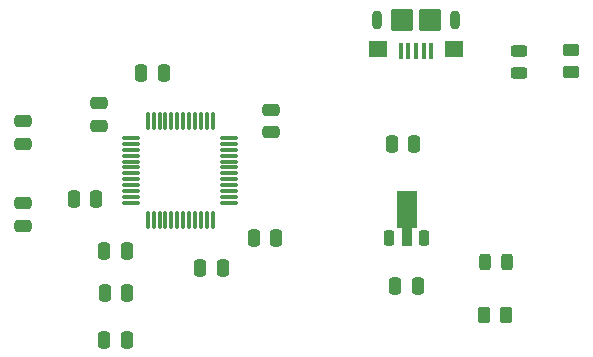
<source format=gtp>
%TF.GenerationSoftware,KiCad,Pcbnew,9.0.0*%
%TF.CreationDate,2025-08-08T17:30:59+02:00*%
%TF.ProjectId,audioVisualizer_PCB,61756469-6f56-4697-9375-616c697a6572,rev?*%
%TF.SameCoordinates,Original*%
%TF.FileFunction,Paste,Top*%
%TF.FilePolarity,Positive*%
%FSLAX46Y46*%
G04 Gerber Fmt 4.6, Leading zero omitted, Abs format (unit mm)*
G04 Created by KiCad (PCBNEW 9.0.0) date 2025-08-08 17:30:59*
%MOMM*%
%LPD*%
G01*
G04 APERTURE LIST*
G04 Aperture macros list*
%AMRoundRect*
0 Rectangle with rounded corners*
0 $1 Rounding radius*
0 $2 $3 $4 $5 $6 $7 $8 $9 X,Y pos of 4 corners*
0 Add a 4 corners polygon primitive as box body*
4,1,4,$2,$3,$4,$5,$6,$7,$8,$9,$2,$3,0*
0 Add four circle primitives for the rounded corners*
1,1,$1+$1,$2,$3*
1,1,$1+$1,$4,$5*
1,1,$1+$1,$6,$7*
1,1,$1+$1,$8,$9*
0 Add four rect primitives between the rounded corners*
20,1,$1+$1,$2,$3,$4,$5,0*
20,1,$1+$1,$4,$5,$6,$7,0*
20,1,$1+$1,$6,$7,$8,$9,0*
20,1,$1+$1,$8,$9,$2,$3,0*%
%AMFreePoly0*
4,1,9,3.862500,-0.866500,0.737500,-0.866500,0.737500,-0.450000,-0.737500,-0.450000,-0.737500,0.450000,0.737500,0.450000,0.737500,0.866500,3.862500,0.866500,3.862500,-0.866500,3.862500,-0.866500,$1*%
G04 Aperture macros list end*
%ADD10RoundRect,0.250000X-0.250000X-0.475000X0.250000X-0.475000X0.250000X0.475000X-0.250000X0.475000X0*%
%ADD11RoundRect,0.250000X-0.475000X0.250000X-0.475000X-0.250000X0.475000X-0.250000X0.475000X0.250000X0*%
%ADD12RoundRect,0.250000X0.250000X0.475000X-0.250000X0.475000X-0.250000X-0.475000X0.250000X-0.475000X0*%
%ADD13RoundRect,0.100000X0.100000X0.575000X-0.100000X0.575000X-0.100000X-0.575000X0.100000X-0.575000X0*%
%ADD14O,0.900000X1.600000*%
%ADD15RoundRect,0.250000X0.550000X0.450000X-0.550000X0.450000X-0.550000X-0.450000X0.550000X-0.450000X0*%
%ADD16RoundRect,0.250000X0.700000X0.700000X-0.700000X0.700000X-0.700000X-0.700000X0.700000X-0.700000X0*%
%ADD17RoundRect,0.243750X0.243750X0.456250X-0.243750X0.456250X-0.243750X-0.456250X0.243750X-0.456250X0*%
%ADD18RoundRect,0.250000X0.262500X0.450000X-0.262500X0.450000X-0.262500X-0.450000X0.262500X-0.450000X0*%
%ADD19RoundRect,0.243750X0.456250X-0.243750X0.456250X0.243750X-0.456250X0.243750X-0.456250X-0.243750X0*%
%ADD20RoundRect,0.225000X0.225000X-0.425000X0.225000X0.425000X-0.225000X0.425000X-0.225000X-0.425000X0*%
%ADD21FreePoly0,90.000000*%
%ADD22RoundRect,0.250000X-0.450000X0.262500X-0.450000X-0.262500X0.450000X-0.262500X0.450000X0.262500X0*%
%ADD23RoundRect,0.075000X-0.662500X-0.075000X0.662500X-0.075000X0.662500X0.075000X-0.662500X0.075000X0*%
%ADD24RoundRect,0.075000X-0.075000X-0.662500X0.075000X-0.662500X0.075000X0.662500X-0.075000X0.662500X0*%
%ADD25RoundRect,0.250000X0.475000X-0.250000X0.475000X0.250000X-0.475000X0.250000X-0.475000X-0.250000X0*%
G04 APERTURE END LIST*
D10*
%TO.C,C7*%
X141550000Y-61500000D03*
X143450000Y-61500000D03*
%TD*%
D11*
%TO.C,C1*%
X122000000Y-51600000D03*
X122000000Y-53500000D03*
%TD*%
D12*
%TO.C,C12*%
X155450000Y-65500000D03*
X153550000Y-65500000D03*
%TD*%
D13*
%TO.C,J2*%
X156600000Y-45675000D03*
X155950000Y-45675000D03*
X155300000Y-45675000D03*
X154650000Y-45675000D03*
X154000000Y-45675000D03*
D14*
X158600000Y-43000000D03*
D15*
X158500000Y-45450000D03*
D16*
X156500000Y-43000000D03*
X154100000Y-43000000D03*
D15*
X152100000Y-45450000D03*
D14*
X152000000Y-43000000D03*
%TD*%
D12*
%TO.C,C6*%
X138950000Y-64000000D03*
X137050000Y-64000000D03*
%TD*%
D17*
%TO.C,D1*%
X162989500Y-63500000D03*
X161114500Y-63500000D03*
%TD*%
D18*
%TO.C,R2*%
X162912500Y-68000000D03*
X161087500Y-68000000D03*
%TD*%
D10*
%TO.C,C4*%
X132050000Y-47500000D03*
X133950000Y-47500000D03*
%TD*%
D12*
%TO.C,C13*%
X128204000Y-58166000D03*
X126304000Y-58166000D03*
%TD*%
D10*
%TO.C,C10*%
X128910000Y-70104000D03*
X130810000Y-70104000D03*
%TD*%
%TO.C,C8*%
X128910000Y-62604000D03*
X130810000Y-62604000D03*
%TD*%
D19*
%TO.C,D2*%
X164000000Y-47500000D03*
X164000000Y-45625000D03*
%TD*%
D20*
%TO.C,U2*%
X153000000Y-61450000D03*
D21*
X154500000Y-61362500D03*
D20*
X156000000Y-61450000D03*
%TD*%
D22*
%TO.C,R3*%
X168402000Y-45569500D03*
X168402000Y-47394500D03*
%TD*%
D23*
%TO.C,U1*%
X131175000Y-53000000D03*
X131175000Y-53500000D03*
X131175000Y-54000000D03*
X131175000Y-54500000D03*
X131175000Y-55000000D03*
X131175000Y-55500000D03*
X131175000Y-56000000D03*
X131175000Y-56500000D03*
X131175000Y-57000000D03*
X131175000Y-57500000D03*
X131175000Y-58000000D03*
X131175000Y-58500000D03*
D24*
X132587500Y-59912500D03*
X133087500Y-59912500D03*
X133587500Y-59912500D03*
X134087500Y-59912500D03*
X134587500Y-59912500D03*
X135087500Y-59912500D03*
X135587500Y-59912500D03*
X136087500Y-59912500D03*
X136587500Y-59912500D03*
X137087500Y-59912500D03*
X137587500Y-59912500D03*
X138087500Y-59912500D03*
D23*
X139500000Y-58500000D03*
X139500000Y-58000000D03*
X139500000Y-57500000D03*
X139500000Y-57000000D03*
X139500000Y-56500000D03*
X139500000Y-56000000D03*
X139500000Y-55500000D03*
X139500000Y-55000000D03*
X139500000Y-54500000D03*
X139500000Y-54000000D03*
X139500000Y-53500000D03*
X139500000Y-53000000D03*
D24*
X138087500Y-51587500D03*
X137587500Y-51587500D03*
X137087500Y-51587500D03*
X136587500Y-51587500D03*
X136087500Y-51587500D03*
X135587500Y-51587500D03*
X135087500Y-51587500D03*
X134587500Y-51587500D03*
X134087500Y-51587500D03*
X133587500Y-51587500D03*
X133087500Y-51587500D03*
X132587500Y-51587500D03*
%TD*%
D10*
%TO.C,C9*%
X128960000Y-66104000D03*
X130860000Y-66104000D03*
%TD*%
D25*
%TO.C,C3*%
X128500000Y-51950000D03*
X128500000Y-50050000D03*
%TD*%
%TO.C,C5*%
X143000000Y-52500000D03*
X143000000Y-50600000D03*
%TD*%
D11*
%TO.C,C2*%
X122000000Y-58550000D03*
X122000000Y-60450000D03*
%TD*%
D12*
%TO.C,C11*%
X155128000Y-53500000D03*
X153228000Y-53500000D03*
%TD*%
M02*

</source>
